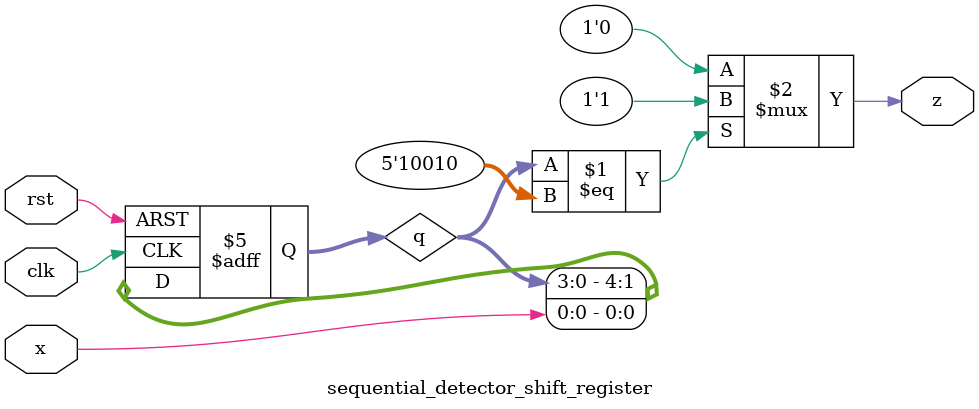
<source format=v>
module sequential_detector_shift_register
(
   input wire clk,
   input wire rst,
   input wire x,
   output wire z
);
 
reg [4:0] q;
 
assign z = (q == 5'b10010) ? 1'b1:1'b0;
 
always @ (posedge clk,negedge rst)
   if(!rst)
      q <= 5'd0;
   else
      q <= {q[3:0],x};
 //晚了1个周期,要等q更新
endmodule


</source>
